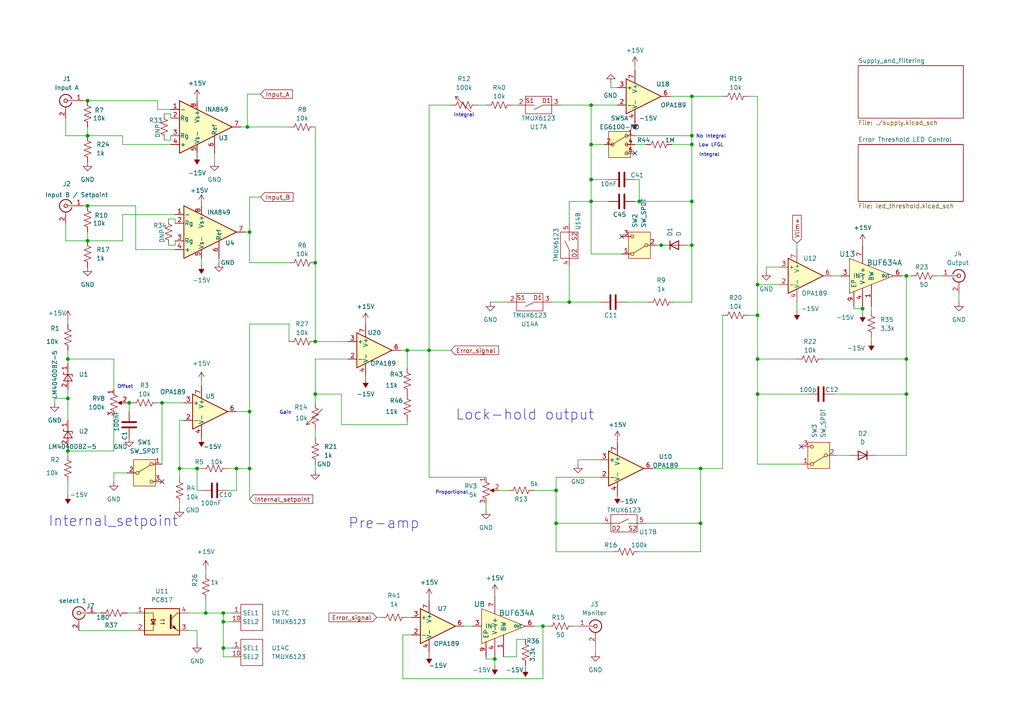
<source format=kicad_sch>
(kicad_sch (version 20250114) (generator "eeschema") (generator_version "9.0")
  (paper "A4")
  (text "No Integral" (at 206.248 39.624 0) (effects (font (size 1.016 1.016))))
  (text "Gain" (at 82.804 119.761 0) (effects (font (size 1.016 1.016))))
  (text "Offset" (at 36.322 112.268 0) (effects (font (size 1.016 1.016))))
  (text "Low LFGL\n" (at 206.248 42.164 0) (effects (font (size 1.016 1.016))))
  (text "Pre-amp" (at 100.965 153.67 0) (effects (font (size 3 3)) (justify left bottom)))
  (text "Integral" (at 205.74 44.958 0) (effects (font (size 1.016 1.016))))
  (text "Proportional" (at 126.238 143.51 0) (effects (font (size 1.016 1.016)) (justify left bottom)))
  (text "Integral" (at 131.572 34.036 0) (effects (font (size 1.016 1.016)) (justify left bottom)))
  (text "Lock-hold output \n" (at 132.08 122.174 0) (effects (font (size 3 3)) (justify left bottom)))
  (text "Internal_setpoint" (at 13.97 153.035 0) (effects (font (size 3 3)) (justify left bottom)))
  (junction (at 171.45 52.07))
  (junction (at 19.685 130.81))
  (junction (at 59.69 177.8))
  (junction (at 25.4 59.69))
  (junction (at 161.29 151.765))
  (junction (at 262.89 80.01))
  (junction (at 64.77 187.96))
  (junction (at 200.66 71.12))
  (junction (at 91.44 76.2))
  (junction (at 19.685 115.57))
  (junction (at 171.45 58.42))
  (junction (at 25.4 39.37))
  (junction (at 219.71 114.3))
  (junction (at 203.2 151.765))
  (junction (at 64.77 177.8))
  (junction (at 219.71 82.55))
  (junction (at 19.685 104.14))
  (junction (at 191.77 71.12))
  (junction (at 71.755 36.83))
  (junction (at 46.99 116.84))
  (junction (at 52.07 135.89))
  (junction (at 25.4 69.85))
  (junction (at 143.51 191.135))
  (junction (at 200.66 27.94))
  (junction (at 72.39 67.31))
  (junction (at 25.4 29.21))
  (junction (at 200.66 58.42))
  (junction (at 37.465 116.84))
  (junction (at 219.71 104.14))
  (junction (at 203.2 135.89))
  (junction (at 91.44 99.06))
  (junction (at 200.66 41.91))
  (junction (at 171.45 41.91))
  (junction (at 219.71 91.44))
  (junction (at 124.46 101.6))
  (junction (at 72.39 135.89))
  (junction (at 91.44 114.3))
  (junction (at 165.1 87.63))
  (junction (at 64.77 180.34))
  (junction (at 57.15 135.89))
  (junction (at 118.11 101.6))
  (junction (at 250.19 89.535))
  (junction (at 185.42 58.42))
  (junction (at 161.29 142.24))
  (junction (at 72.39 119.38))
  (junction (at 262.89 104.14))
  (junction (at 171.45 30.48))
  (junction (at 262.89 114.3))
  (junction (at 68.58 135.89))
  (junction (at 200.66 39.37))
  (junction (at 157.48 181.61))
  (no_connect (at 180.34 68.58))
  (no_connect (at 232.41 129.54))
  (no_connect (at 46.99 139.7))
  (no_connect (at 184.15 44.45))
  (wire (pts (xy 69.85 36.83) (xy 71.755 36.83)))
  (wire (pts (xy 45.72 116.84) (xy 46.99 116.84)))
  (wire (pts (xy 154.94 181.61) (xy 157.48 181.61)))
  (wire (pts (xy 203.2 135.89) (xy 209.55 135.89)))
  (wire (pts (xy 171.45 41.91) (xy 175.26 41.91)))
  (wire (pts (xy 71.755 36.83) (xy 83.82 36.83)))
  (wire (pts (xy 72.39 93.98) (xy 83.82 93.98)))
  (wire (pts (xy 200.66 41.91) (xy 200.66 58.42)))
  (wire (pts (xy 91.44 36.83) (xy 91.44 76.2)))
  (wire (pts (xy 25.4 69.85) (xy 35.56 69.85)))
  (wire (pts (xy 250.19 88.9) (xy 250.19 89.535)))
  (wire (pts (xy 219.71 91.44) (xy 219.71 104.14)))
  (wire (pts (xy 52.07 146.05) (xy 52.07 147.32)))
  (wire (pts (xy 161.29 151.765) (xy 161.29 160.02)))
  (wire (pts (xy 19.685 130.81) (xy 19.685 132.08)))
  (wire (pts (xy 219.71 104.14) (xy 219.71 114.3)))
  (wire (pts (xy 177.165 25.4) (xy 177.165 24.13)))
  (wire (pts (xy 36.83 177.8) (xy 39.37 177.8)))
  (wire (pts (xy 278.13 85.09) (xy 278.13 87.63)))
  (wire (pts (xy 262.89 80.01) (xy 262.89 104.14)))
  (wire (pts (xy 241.935 114.3) (xy 262.89 114.3)))
  (wire (pts (xy 72.39 67.31) (xy 72.39 76.2)))
  (wire (pts (xy 124.46 173.355) (xy 124.46 173.99)))
  (wire (pts (xy 185.42 58.42) (xy 185.42 52.07)))
  (wire (pts (xy 184.15 34.925) (xy 184.15 35.56)))
  (wire (pts (xy 72.39 144.78) (xy 72.39 135.89)))
  (wire (pts (xy 68.58 142.24) (xy 68.58 135.89)))
  (wire (pts (xy 109.22 179.07) (xy 110.49 179.07)))
  (wire (pts (xy 165.1 64.77) (xy 165.1 58.42)))
  (wire (pts (xy 171.45 52.07) (xy 176.53 52.07)))
  (wire (pts (xy 124.46 101.6) (xy 118.11 101.6)))
  (wire (pts (xy 58.42 59.055) (xy 58.42 59.69)))
  (wire (pts (xy 27.94 177.8) (xy 29.21 177.8)))
  (wire (pts (xy 147.32 142.24) (xy 144.78 142.24)))
  (wire (pts (xy 219.71 82.55) (xy 219.71 27.94)))
  (wire (pts (xy 185.42 58.42) (xy 200.66 58.42)))
  (wire (pts (xy 191.77 71.12) (xy 194.31 71.12)))
  (wire (pts (xy 59.69 173.99) (xy 59.69 177.8)))
  (wire (pts (xy 200.66 71.12) (xy 200.66 58.42)))
  (wire (pts (xy 200.66 27.94) (xy 200.66 39.37)))
  (wire (pts (xy 250.19 89.535) (xy 250.19 90.805)))
  (wire (pts (xy 49.53 39.37) (xy 49.53 40.64)))
  (wire (pts (xy 158.75 181.61) (xy 157.48 181.61)))
  (wire (pts (xy 165.1 58.42) (xy 171.45 58.42)))
  (wire (pts (xy 106.045 93.345) (xy 106.045 93.98)))
  (wire (pts (xy 189.23 135.89) (xy 203.2 135.89)))
  (wire (pts (xy 35.56 41.91) (xy 49.53 41.91)))
  (wire (pts (xy 194.945 41.91) (xy 200.66 41.91)))
  (wire (pts (xy 35.56 41.91) (xy 35.56 39.37)))
  (wire (pts (xy 66.04 142.24) (xy 68.58 142.24)))
  (wire (pts (xy 219.71 91.44) (xy 219.71 82.55)))
  (wire (pts (xy 46.99 116.84) (xy 53.34 116.84)))
  (wire (pts (xy 50.8 64.77) (xy 50.8 63.5)))
  (wire (pts (xy 118.11 101.6) (xy 118.11 106.68)))
  (wire (pts (xy 143.51 190.5) (xy 143.51 191.135)))
  (wire (pts (xy 57.15 142.24) (xy 57.15 135.89)))
  (wire (pts (xy 64.77 190.5) (xy 64.77 187.96)))
  (wire (pts (xy 33.02 130.81) (xy 19.685 130.81)))
  (wire (pts (xy 83.82 93.98) (xy 83.82 99.06)))
  (wire (pts (xy 185.42 160.02) (xy 203.2 160.02)))
  (wire (pts (xy 64.77 187.96) (xy 64.77 180.34)))
  (wire (pts (xy 47.625 33.02) (xy 49.53 33.02)))
  (wire (pts (xy 118.11 121.92) (xy 118.11 123.19)))
  (wire (pts (xy 52.07 135.89) (xy 52.07 138.43)))
  (wire (pts (xy 124.46 30.48) (xy 130.81 30.48)))
  (wire (pts (xy 184.15 58.42) (xy 185.42 58.42)))
  (wire (pts (xy 45.72 29.21) (xy 45.72 31.75)))
  (wire (pts (xy 200.66 71.12) (xy 199.39 71.12)))
  (wire (pts (xy 37.465 116.84) (xy 38.1 116.84)))
  (wire (pts (xy 166.37 181.61) (xy 167.64 181.61)))
  (wire (pts (xy 71.755 27.305) (xy 71.755 36.83)))
  (wire (pts (xy 59.69 166.37) (xy 59.69 165.1)))
  (wire (pts (xy 72.39 57.15) (xy 72.39 67.31)))
  (wire (pts (xy 67.31 190.5) (xy 64.77 190.5)))
  (wire (pts (xy 231.14 70.485) (xy 231.14 72.39)))
  (wire (pts (xy 67.31 177.8) (xy 64.77 177.8)))
  (wire (pts (xy 19.685 92.71) (xy 19.685 93.98)))
  (wire (pts (xy 72.39 119.38) (xy 72.39 135.89)))
  (wire (pts (xy 195.58 87.63) (xy 200.66 87.63)))
  (wire (pts (xy 72.39 93.98) (xy 72.39 119.38)))
  (wire (pts (xy 52.07 121.92) (xy 52.07 135.89)))
  (wire (pts (xy 52.07 135.89) (xy 57.15 135.89)))
  (wire (pts (xy 231.14 87.63) (xy 231.14 90.17)))
  (wire (pts (xy 247.65 89.535) (xy 250.19 89.535)))
  (wire (pts (xy 48.895 71.12) (xy 50.8 71.12)))
  (wire (pts (xy 134.62 181.61) (xy 137.16 181.61)))
  (wire (pts (xy 58.42 110.49) (xy 58.42 111.76)))
  (wire (pts (xy 200.66 27.94) (xy 194.31 27.94)))
  (wire (pts (xy 184.15 52.07) (xy 185.42 52.07)))
  (wire (pts (xy 143.51 191.135) (xy 143.51 193.04)))
  (wire (pts (xy 50.8 69.85) (xy 50.8 71.12)))
  (wire (pts (xy 91.44 99.06) (xy 100.965 99.06)))
  (wire (pts (xy 124.46 138.43) (xy 140.97 138.43)))
  (wire (pts (xy 200.66 27.94) (xy 209.55 27.94)))
  (wire (pts (xy 140.97 190.5) (xy 140.97 191.135)))
  (wire (pts (xy 72.39 76.2) (xy 83.82 76.2)))
  (wire (pts (xy 160.02 87.63) (xy 165.1 87.63)))
  (wire (pts (xy 140.97 146.05) (xy 140.97 147.955)))
  (wire (pts (xy 217.17 27.94) (xy 219.71 27.94)))
  (wire (pts (xy 47.625 40.64) (xy 49.53 40.64)))
  (wire (pts (xy 19.05 39.37) (xy 19.05 34.29)))
  (wire (pts (xy 49.53 34.29) (xy 49.53 33.02)))
  (wire (pts (xy 148.59 30.48) (xy 149.86 30.48)))
  (wire (pts (xy 54.61 177.8) (xy 59.69 177.8)))
  (wire (pts (xy 238.76 104.14) (xy 262.89 104.14)))
  (wire (pts (xy 106.045 109.855) (xy 106.045 109.22)))
  (wire (pts (xy 75.565 27.305) (xy 71.755 27.305)))
  (wire (pts (xy 25.4 36.83) (xy 25.4 39.37)))
  (wire (pts (xy 232.41 134.62) (xy 219.71 134.62)))
  (wire (pts (xy 57.15 135.89) (xy 58.42 135.89)))
  (wire (pts (xy 75.565 57.15) (xy 72.39 57.15)))
  (wire (pts (xy 143.51 172.085) (xy 143.51 172.72)))
  (wire (pts (xy 171.45 30.48) (xy 179.07 30.48)))
  (wire (pts (xy 161.29 138.43) (xy 161.29 142.24)))
  (wire (pts (xy 35.56 62.23) (xy 50.8 62.23)))
  (wire (pts (xy 57.15 142.24) (xy 58.42 142.24)))
  (wire (pts (xy 271.78 80.01) (xy 273.05 80.01)))
  (wire (pts (xy 54.61 182.88) (xy 57.15 182.88)))
  (wire (pts (xy 46.99 116.84) (xy 46.99 134.62)))
  (wire (pts (xy 39.37 72.39) (xy 50.8 72.39)))
  (wire (pts (xy 203.2 151.765) (xy 203.2 160.02)))
  (wire (pts (xy 149.86 185.42) (xy 149.86 190.5)))
  (wire (pts (xy 33.02 104.14) (xy 33.02 113.03)))
  (wire (pts (xy 91.44 104.14) (xy 91.44 114.3)))
  (wire (pts (xy 57.15 182.88) (xy 57.15 186.69)))
  (wire (pts (xy 64.77 180.34) (xy 67.31 180.34)))
  (wire (pts (xy 91.44 136.525) (xy 91.44 134.62)))
  (wire (pts (xy 116.84 196.85) (xy 116.84 184.15)))
  (wire (pts (xy 25.4 29.21) (xy 45.72 29.21)))
  (wire (pts (xy 124.46 101.6) (xy 130.81 101.6)))
  (wire (pts (xy 222.25 77.47) (xy 222.25 78.74)))
  (wire (pts (xy 219.71 114.3) (xy 234.315 114.3)))
  (wire (pts (xy 35.56 69.85) (xy 35.56 62.23)))
  (wire (pts (xy 57.15 45.085) (xy 57.15 44.45)))
  (wire (pts (xy 264.16 80.01) (xy 262.89 80.01)))
  (wire (pts (xy 184.15 19.05) (xy 184.15 20.32)))
  (wire (pts (xy 63.5 74.93) (xy 63.5 76.2)))
  (wire (pts (xy 45.72 31.75) (xy 49.53 31.75)))
  (wire (pts (xy 241.3 80.01) (xy 243.84 80.01)))
  (wire (pts (xy 179.07 25.4) (xy 177.165 25.4)))
  (wire (pts (xy 149.86 190.5) (xy 146.05 190.5)))
  (wire (pts (xy 157.48 196.85) (xy 116.84 196.85)))
  (wire (pts (xy 25.4 39.37) (xy 19.05 39.37)))
  (wire (pts (xy 200.66 39.37) (xy 200.66 41.91)))
  (wire (pts (xy 226.06 77.47) (xy 222.25 77.47)))
  (wire (pts (xy 25.4 67.31) (xy 25.4 69.85)))
  (wire (pts (xy 209.55 135.89) (xy 209.55 91.44)))
  (wire (pts (xy 252.73 90.17) (xy 252.73 88.9)))
  (wire (pts (xy 71.12 67.31) (xy 72.39 67.31)))
  (wire (pts (xy 116.205 101.6) (xy 118.11 101.6)))
  (wire (pts (xy 161.29 160.02) (xy 177.8 160.02)))
  (wire (pts (xy 165.1 87.63) (xy 173.99 87.63)))
  (wire (pts (xy 58.42 76.835) (xy 58.42 74.93)))
  (wire (pts (xy 179.07 127.635) (xy 179.07 128.27)))
  (wire (pts (xy 116.84 184.15) (xy 119.38 184.15)))
  (wire (pts (xy 167.64 133.35) (xy 167.64 134.62)))
  (wire (pts (xy 91.44 114.3) (xy 91.44 116.84)))
  (wire (pts (xy 254 132.08) (xy 262.89 132.08)))
  (wire (pts (xy 157.48 181.61) (xy 157.48 196.85)))
  (wire (pts (xy 180.34 73.66) (xy 171.45 73.66)))
  (wire (pts (xy 190.5 71.12) (xy 191.77 71.12)))
  (wire (pts (xy 68.58 119.38) (xy 72.39 119.38)))
  (wire (pts (xy 37.465 116.84) (xy 37.465 119.38)))
  (wire (pts (xy 91.44 124.46) (xy 91.44 127)))
  (wire (pts (xy 140.97 191.135) (xy 143.51 191.135)))
  (wire (pts (xy 231.14 104.14) (xy 219.71 104.14)))
  (wire (pts (xy 181.61 87.63) (xy 187.96 87.63)))
  (wire (pts (xy 184.15 39.37) (xy 200.66 39.37)))
  (wire (pts (xy 171.45 30.48) (xy 171.45 41.91)))
  (wire (pts (xy 24.13 59.69) (xy 25.4 59.69)))
  (wire (pts (xy 171.45 52.07) (xy 171.45 58.42)))
  (wire (pts (xy 161.29 138.43) (xy 173.99 138.43)))
  (wire (pts (xy 165.1 77.47) (xy 165.1 87.63)))
  (wire (pts (xy 36.83 137.16) (xy 33.02 137.16)))
  (wire (pts (xy 173.99 133.35) (xy 167.64 133.35)))
  (wire (pts (xy 19.685 129.54) (xy 19.685 130.81)))
  (wire (pts (xy 68.58 135.89) (xy 72.39 135.89)))
  (wire (pts (xy 172.72 186.69) (xy 172.72 189.23)))
  (wire (pts (xy 36.83 116.84) (xy 37.465 116.84)))
  (wire (pts (xy 242.57 132.08) (xy 246.38 132.08)))
  (wire (pts (xy 19.05 69.85) (xy 19.05 64.77)))
  (wire (pts (xy 184.15 41.91) (xy 187.325 41.91)))
  (wire (pts (xy 124.46 30.48) (xy 124.46 101.6)))
  (wire (pts (xy 64.77 177.8) (xy 64.77 180.34)))
  (wire (pts (xy 250.19 70.485) (xy 250.19 71.12)))
  (wire (pts (xy 219.71 134.62) (xy 219.71 114.3)))
  (wire (pts (xy 19.685 113.03) (xy 19.685 115.57)))
  (wire (pts (xy 19.685 101.6) (xy 19.685 104.14)))
  (wire (pts (xy 118.11 179.07) (xy 119.38 179.07)))
  (wire (pts (xy 138.43 30.48) (xy 140.97 30.48)))
  (wire (pts (xy 161.29 142.24) (xy 161.29 151.765)))
  (wire (pts (xy 262.89 132.08) (xy 262.89 114.3)))
  (wire (pts (xy 171.45 41.91) (xy 171.45 52.07)))
  (wire (pts (xy 152.4 185.42) (xy 149.86 185.42)))
  (wire (pts (xy 171.45 58.42) (xy 176.53 58.42)))
  (wire (pts (xy 19.685 104.14) (xy 19.685 105.41)))
  (wire (pts (xy 247.65 88.9) (xy 247.65 89.535)))
  (wire (pts (xy 262.89 114.3) (xy 262.89 104.14)))
  (wire (pts (xy 19.685 115.57) (xy 19.685 121.92)))
  (wire (pts (xy 19.685 139.7) (xy 19.685 143.51)))
  (wire (pts (xy 99.06 123.19) (xy 118.11 123.19)))
  (wire (pts (xy 62.23 44.45) (xy 62.23 46.99)))
  (wire (pts (xy 33.02 104.14) (xy 19.685 104.14)))
  (wire (pts (xy 15.875 115.57) (xy 19.685 115.57)))
  (wire (pts (xy 33.02 120.65) (xy 33.02 130.81)))
  (wire (pts (xy 142.24 87.63) (xy 147.32 87.63)))
  (wire (pts (xy 226.06 82.55) (xy 219.71 82.55)))
  (wire (pts (xy 187.325 151.765) (xy 203.2 151.765)))
  (wire (pts (xy 262.89 80.01) (xy 261.62 80.01)))
  (wire (pts (xy 152.4 193.675) (xy 152.4 193.04)))
  (wire (pts (xy 203.2 135.89) (xy 203.2 151.765)))
  (wire (pts (xy 25.4 59.69) (xy 39.37 59.69)))
  (wire (pts (xy 124.46 189.865) (xy 124.46 189.23)))
  (wire (pts (xy 24.13 29.21) (xy 25.4 29.21)))
  (wire (pts (xy 25.4 69.85) (xy 19.05 69.85)))
  (wire (pts (xy 200.66 87.63) (xy 200.66 71.12)))
  (wire (pts (xy 171.45 73.66) (xy 171.45 58.42)))
  (wire (pts (xy 99.06 114.3) (xy 91.44 114.3)))
  (wire (pts (xy 15.875 116.84) (xy 15.875 115.57)))
  (wire (pts (xy 154.94 142.24) (xy 161.29 142.24)))
  (wire (pts (xy 33.02 137.16) (xy 33.02 139.7)))
  (wire (pts (xy 53.34 121.92) (xy 52.07 121.92)))
  (wire (pts (xy 162.56 30.48) (xy 171.45 30.48)))
  (wire (pts (xy 252.73 97.79) (xy 252.73 99.06)))
  (wire (pts (xy 59.69 177.8) (xy 64.77 177.8)))
  (wire (pts (xy 217.17 91.44) (xy 219.71 91.44)))
  (wire (pts (xy 66.04 135.89) (xy 68.58 135.89)))
  (wire (pts (xy 39.37 59.69) (xy 39.37 72.39)))
  (wire (pts (xy 100.965 104.14) (xy 91.44 104.14)))
  (wire (pts (xy 25.4 39.37) (xy 35.56 39.37)))
  (wire (pts (xy 91.44 76.2) (xy 91.44 99.06)))
  (wire (pts (xy 161.29 151.765) (xy 174.625 151.765)))
  (wire (pts (xy 57.15 28.575) (xy 57.15 29.21)))
  (wire (pts (xy 67.31 187.96) (xy 64.77 187.96)))
  (wire (pts (xy 48.895 63.5) (xy 50.8 63.5)))
  (wire (pts (xy 22.86 182.88) (xy 39.37 182.88)))
  (wire (pts (xy 99.06 114.3) (xy 99.06 123.19)))
  (wire (pts (xy 124.46 101.6) (xy 124.46 138.43)))
  (global_label "Internal_setpoint" (shape input) (at 72.39 144.78 0) (property "Intersheetrefs" "${INTERSHEET_REFS}" (effects (hide yes))))
  (global_label "Error_signal" (shape input) (at 109.22 179.07 180) (property "Intersheetrefs" "${INTERSHEET_REFS}" (effects (hide yes))))
  (global_label "Error_signal" (shape input) (at 130.81 101.6 0) (property "Intersheetrefs" "${INTERSHEET_REFS}" (effects (hide yes))))
  (global_label "Input_A" (shape input) (at 75.565 27.305 0) (property "Intersheetrefs" "${INTERSHEET_REFS}" (effects (hide yes))))
  (global_label "Vlim+" (shape input) (at 231.14 70.485 90) (property "Intersheetrefs" "${INTERSHEET_REFS}" (effects (hide yes))))
  (global_label "Input_B" (shape input) (at 75.565 57.15 0) (property "Intersheetrefs" "${INTERSHEET_REFS}" (effects (hide yes))))
  (symbol (lib_id "power:VPP") (at 179.07 127.635 0) (unit 1)
    (property "Reference" "#PWR029" (effects (hide yes)))
    (property "Value" "+15V" (at 179.07 123.19 0))
    (property "Description" "Power symbol creates a global label with name \"VPP\"" (effects (hide yes)))
  )
  (symbol (lib_id "power:GND") (at 167.64 134.62 0) (unit 1)
    (property "Reference" "#PWR024" (effects (hide yes)))
    (property "Value" "GND" (at 167.64 139.7 0))
  )
  (symbol (lib_id "Amplifier_Instrumentation:AD8236") (at 59.69 36.83 0) (unit 1)
    (property "Reference" "U3" (at 64.77 40.005 0))
    (property "Value" "INA849" (at 62.865 31.75 0))
    (property "Footprint" "Package_SO:SOIC-8_3.9x4.9mm_P1.27mm" (effects (hide yes)))
    (property "Datasheet" "https://www.ti.com/lit/ds/symlink/ina849.pdf" (effects (hide yes)))
    (property "DIGIKEY" "296-INA849DRCT-ND‎ " (effects (hide yes)))
    (property "PARTNO" "INA849DR‎ " (effects (hide yes)))
  )
  (symbol (lib_id "library_intensity_pi:TMUX6123_split") (at 72.39 187.96 0) (unit 3)
    (property "Reference" "U14" (at 78.74 187.9599 0) (effects (justify left)))
    (property "Value" "TMUX6123" (at 78.74 190.4999 0) (effects (justify left)))
    (property "Footprint" "Package_SO:VSSOP-10_3x3mm_P0.5mm" (effects (hide yes)))
    (property "DIGIKEY" "296-53449-1-ND" (effects (hide yes)))
    (property "PARTNO" "TMUX6123DGSR" (effects (hide yes)))
  )
  (symbol (lib_id "Device:R_US") (at 87.63 36.83 90) (unit 1)
    (property "Reference" "R8" (at 87.63 31.75 90))
    (property "Value" "10k" (at 87.63 34.29 90))
    (property "Footprint" "Resistor_SMD:R_0805_2012Metric" (effects (hide yes)))
    (property "DIGIKEY" "2019-RN73H2ATTD1002B25CT-ND" (effects (hide yes)))
  )
  (symbol (lib_id "power:-15V") (at 58.42 76.835 180) (unit 1)
    (property "Reference" "#PWR011" (effects (hide yes)))
    (property "Value" "-15V" (at 58.42 81.28 0))
    (property "Description" "Power symbol creates a global label with name \"-15V\"" (effects (hide yes)))
  )
  (symbol (lib_id "Device:R_US") (at 62.23 135.89 90) (unit 1)
    (property "Reference" "R5" (at 57.785 133.985 90))
    (property "Value" "10k" (at 62.865 133.985 90))
    (property "Footprint" "Resistor_SMD:R_0805_2012Metric" (effects (hide yes)))
    (property "DIGIKEY" "2019-RN73H2ATTD1002B25CT-ND" (effects (hide yes)))
  )
  (symbol (lib_id "Amplifier_Operational:OPA330xxD") (at 60.96 119.38 0) (unit 1)
    (property "Reference" "U5" (at 60.96 114.935 0))
    (property "Value" "OPA189" (at 50.165 113.665 0))
    (property "Footprint" "Package_SO:SOIC-8_3.9x4.9mm_P1.27mm" (effects (hide yes)))
    (property "Datasheet" "http://www.ti.com/lit/ds/symlink/opa330.pdf" (effects (hide yes)))
    (property "DIGIKEY" "296-47522-ND" (effects (hide yes)))
    (property "PARTNO" "OPA189ID" (effects (hide yes)))
  )
  (symbol (lib_id "Device:R_US") (at 234.95 104.14 90) (unit 1)
    (property "Reference" "R22" (at 234.95 99.06 90))
    (property "Value" "10k" (at 234.95 101.6 90))
    (property "Footprint" "Resistor_SMD:R_0805_2012Metric" (effects (hide yes)))
    (property "DIGIKEY" "2019-RN73H2ATTD1002B25CT-ND" (effects (hide yes)))
  )
  (symbol (lib_id "power:GND") (at 177.165 24.13 180) (unit 1)
    (property "Reference" "#PWR087" (effects (hide yes)))
    (property "Value" "GND" (at 177.038 27.686 0))
  )
  (symbol (lib_id "Device:D") (at 195.58 71.12 0) (unit 1)
    (property "Reference" "D1" (at 194.3099 68.58 90) (effects (justify left)))
    (property "Value" "D" (at 196.8499 68.58 90) (effects (justify left)))
    (property "Footprint" "Package_TO_SOT_SMD:TSOT-23" (effects (hide yes)))
    (property "Description" "Diode" (effects (hide yes)))
    (property "Sim.Device" "D" (effects (hide yes)))
    (property "Sim.Pins" "1=K 2=A" (effects (hide yes)))
    (property "DIGIKEY" "4004-SSTPAD5SOT-233LROHSTR-ND" (effects (hide yes)))
    (property "PARTNO" "SSTPAD5 SOT-23 3L ROHS" (effects (hide yes)))
  )
  (symbol (lib_id "Device:C") (at 62.23 142.24 270) (unit 1)
    (property "Reference" "C10" (at 65.405 143.51 90))
    (property "Value" "100nF" (at 61.214 145.923 90))
    (property "Footprint" "Capacitor_SMD:C_0805_2012Metric" (effects (hide yes)))
  )
  (symbol (lib_id "Reference_Voltage:LM4040DBZ-5") (at 19.685 109.22 90) (unit 1)
    (property "Reference" "U1" (at 22.86 108.585 90) (effects (justify right)))
    (property "Value" "LM4040DBZ-5" (at 15.875 101.6 0) (effects (justify right)))
    (property "Footprint" "Package_TO_SOT_SMD:SOT-23" (effects (hide yes)))
    (property "Datasheet" "http://www.ti.com/lit/ds/symlink/lm4040-n.pdf" (effects (hide yes)))
    (property "PARTNO" "LM4040B50FTA" (effects (hide yes)))
    (property "DIGIKEY" "LM4040B50FTADICT-ND" (effects (hide yes)))
  )
  (symbol (lib_id "library_intensity_pi:TMUX6123_split") (at 180.975 151.765 0) (unit 2)
    (property "Reference" "U17" (at 187.96 154.305 0))
    (property "Value" "TMUX6123" (at 181.0003 147.955 0))
    (property "Footprint" "Package_SO:VSSOP-10_3x3mm_P0.5mm" (effects (hide yes)))
    (property "DIGIKEY" "296-53449-1-ND" (effects (hide yes)))
    (property "PARTNO" "TMUX6123DGSR" (effects (hide yes)))
  )
  (symbol (lib_id "Device:R_US") (at 267.97 80.01 90) (unit 1)
    (property "Reference" "R23" (at 267.335 77.47 90))
    (property "Value" "50" (at 267.97 82.55 90))
    (property "Footprint" "Resistor_SMD:R_0805_2012Metric" (effects (hide yes)))
  )
  (symbol (lib_id "Connector:Conn_Coaxial") (at 19.05 29.21 0) (mirror y) (unit 1)
    (property "Reference" "J1" (at 19.3674 22.86 0))
    (property "Value" "Input A" (at 19.3674 25.4 0))
    (property "Footprint" "Connector_Coaxial:BNC_Amphenol_B6252HB-NPP3G-50_Horizontal" (effects (hide yes)))
    (property "DIGIKEY" "ARF1065-ND" (effects (hide yes)))
    (property "PARTNO" "31-5431" (effects (hide yes)))
  )
  (symbol (lib_id "Device:R_US") (at 151.13 142.24 90) (unit 1)
    (property "Reference" "R13" (at 151.13 144.78 90))
    (property "Value" "5k" (at 154.94 140.335 90))
    (property "Footprint" "Resistor_SMD:R_0805_2012Metric" (effects (hide yes)))
  )
  (symbol (lib_id "Device:R_US") (at 19.685 135.89 180) (unit 1)
    (property "Reference" "R2" (at 14.605 133.35 0) (effects (justify right)))
    (property "Value" "10k" (at 13.335 137.16 0) (effects (justify right)))
    (property "Footprint" "Resistor_SMD:R_0805_2012Metric" (effects (hide yes)))
    (property "DIGIKEY" "2019-RN73H2ATTD1002B25CT-ND" (effects (hide yes)))
  )
  (symbol (lib_id "Device:R_US") (at 181.61 160.02 90) (unit 1)
    (property "Reference" "R16" (at 177.165 158.115 90))
    (property "Value" "100k" (at 185.42 158.115 90))
    (property "Footprint" "Resistor_SMD:R_0805_2012Metric" (effects (hide yes)))
  )
  (symbol (lib_id "Device:R_US") (at 25.4 63.5 180) (unit 1)
    (property "Reference" "R10" (at 27.432 62.484 0) (effects (justify right)))
    (property "Value" "10k" (at 26.924 64.77 0) (effects (justify right)))
    (property "Footprint" "Resistor_SMD:R_0805_2012Metric" (effects (hide yes)))
    (property "DIGIKEY" "2019-RN73H2ATTD1002B25CT-ND" (effects (hide yes)))
  )
  (symbol (lib_id "power:VPP") (at 250.19 70.485 0) (unit 1)
    (property "Reference" "#PWR060" (effects (hide yes)))
    (property "Value" "+15V" (at 250.19 66.04 0))
    (property "Description" "Power symbol creates a global label with name \"VPP\"" (effects (hide yes)))
  )
  (symbol (lib_id "Device:R_US") (at 191.77 87.63 270) (unit 1)
    (property "Reference" "R9" (at 191.77 81.28 90))
    (property "Value" "1k" (at 191.77 83.82 90))
    (property "Footprint" "Resistor_SMD:R_0805_2012Metric" (effects (hide yes)))
  )
  (symbol (lib_id "Device:C") (at 180.34 52.07 270) (mirror x) (unit 1)
    (property "Reference" "C41" (at 184.785 50.8 90))
    (property "Value" "10nF" (at 176.53 53.34 90))
    (property "Footprint" "Capacitor_SMD:C_0805_2012Metric" (effects (hide yes)))
  )
  (symbol (lib_id "Device:R_US") (at 144.78 30.48 90) (unit 1)
    (property "Reference" "R40" (at 144.78 25.4 90))
    (property "Value" "10k" (at 144.78 27.94 90))
    (property "Footprint" "Resistor_SMD:R_0805_2012Metric" (effects (hide yes)))
    (property "DIGIKEY" "2019-RN73H2ATTD1002B25CT-ND" (effects (hide yes)))
  )
  (symbol (lib_id "Device:R_US") (at 47.625 36.83 180) (unit 1)
    (property "Reference" "R33" (at 43.18 34.925 0) (effects (justify right)))
    (property "Value" "DNP" (at 45.72 40.005 90) (effects (justify right)))
    (property "Footprint" "Resistor_SMD:R_0805_2012Metric" (effects (hide yes)))
    (property "DIGIKEY" "2019-RN73H2ATTD1002B25CT-ND" (effects (hide yes)))
  )
  (symbol (lib_id "Device:R_US") (at 48.895 67.31 180) (unit 1)
    (property "Reference" "R34" (at 44.45 65.405 0) (effects (justify right)))
    (property "Value" "DNP" (at 46.99 70.485 90) (effects (justify right)))
    (property "Footprint" "Resistor_SMD:R_0805_2012Metric" (effects (hide yes)))
    (property "DIGIKEY" "2019-RN73H2ATTD1002B25CT-ND" (effects (hide yes)))
  )
  (symbol (lib_id "Device:D") (at 250.19 132.08 180) (unit 1)
    (property "Reference" "D2" (at 250.19 125.73 0))
    (property "Value" "D" (at 250.19 128.27 0))
    (property "Footprint" "Package_TO_SOT_SMD:TSOT-23" (effects (hide yes)))
    (property "Description" "Diode" (effects (hide yes)))
    (property "Sim.Device" "D" (effects (hide yes)))
    (property "Sim.Pins" "1=K 2=A" (effects (hide yes)))
    (property "DIGIKEY" "4004-SSTPAD5SOT-233LROHSTR-ND" (effects (hide yes)))
    (property "PARTNO" "SSTPAD5 SOT-23 3L ROHS" (effects (hide yes)))
  )
  (symbol (lib_id "power:GND") (at 91.44 136.525 0) (unit 1)
    (property "Reference" "#PWR086" (effects (hide yes)))
    (property "Value" "GND" (at 93.98 134.62 0))
  )
  (symbol (lib_id "power:GND") (at 278.13 87.63 0) (unit 1)
    (property "Reference" "#PWR036" (effects (hide yes)))
    (property "Value" "GND" (at 278.13 92.71 0))
  )
  (symbol (lib_id "Device:R_US") (at 118.11 110.49 180) (unit 1)
    (property "Reference" "R43" (at 113.03 108.585 0) (effects (justify right)))
    (property "Value" "11k" (at 111.76 111.76 0) (effects (justify right)))
    (property "Footprint" "Resistor_SMD:R_0805_2012Metric" (effects (hide yes)))
  )
  (symbol (lib_id "Device:C") (at 37.465 123.19 180) (unit 1)
    (property "Reference" "C1" (at 36.195 126.365 90))
    (property "Value" "100nF" (at 33.782 122.174 90))
    (property "Footprint" "Capacitor_SMD:C_0805_2012Metric" (effects (hide yes)))
  )
  (symbol (lib_id "power:-15V") (at 250.19 90.805 180) (unit 1)
    (property "Reference" "#PWR059" (effects (hide yes)))
    (property "Value" "-15V" (at 245.11 92.075 0))
    (property "Description" "Power symbol creates a global label with name \"-15V\"" (effects (hide yes)))
  )
  (symbol (lib_id "Device:R_US") (at 91.44 130.81 180) (unit 1)
    (property "Reference" "R21" (at 93.98 129.5399 0) (effects (justify right)))
    (property "Value" "1k" (at 93.98 132.0799 0) (effects (justify right)))
    (property "Footprint" "Resistor_SMD:R_0805_2012Metric" (effects (hide yes)))
  )
  (symbol (lib_id "Device:R_Potentiometer_US") (at 140.97 142.24 0) (unit 1)
    (property "Reference" "RV3" (at 138.43 140.9699 0) (effects (justify right)))
    (property "Value" "5k" (at 138.43 143.5099 0) (effects (justify right)))
    (property "Footprint" "Custom_Footprints:Bourns Circular Pots" (effects (hide yes)))
    (property "Description" "Potentiometer, US symbol" (effects (hide yes)))
  )
  (symbol (lib_id "Switch:SW_SPDT") (at 41.91 137.16 0) (unit 1)
    (property "Reference" "SW1" (at 41.91 128.27 0))
    (property "Value" "SW_SPDT" (at 41.91 130.81 0))
    (property "Footprint" "Custom_Footprints:Right Angle SPDT Switch" (effects (hide yes)))
    (property "Description" "Switch, single pole double throw" (effects (hide yes)))
    (property "DIGIKEY" "EG2362-ND" (effects (hide yes)))
    (property "PARTNO" "100SP1T2B4M6QE" (effects (hide yes)))
  )
  (symbol (lib_id "power:-15V") (at 58.42 127 180) (unit 1)
    (property "Reference" "#PWR012" (effects (hide yes)))
    (property "Value" "-15V" (at 61.595 129.54 0))
    (property "Description" "Power symbol creates a global label with name \"-15V\"" (effects (hide yes)))
  )
  (symbol (lib_id "power:GND") (at 25.4 77.47 0) (unit 1)
    (property "Reference" "#PWR031" (effects (hide yes)))
    (property "Value" "GND" (at 25.4 82.55 0))
  )
  (symbol (lib_id "power:-12V") (at 19.685 143.51 180) (unit 1)
    (property "Reference" "#PWR03" (effects (hide yes)))
    (property "Value" "-15V" (at 22.86 143.51 0))
  )
  (symbol (lib_id "Amplifier_Instrumentation:AD8236") (at 60.96 67.31 0) (unit 1)
    (property "Reference" "U4" (at 66.675 70.485 0))
    (property "Value" "INA849" (at 63.5 61.595 0))
    (property "Footprint" "Package_SO:SOIC-8_3.9x4.9mm_P1.27mm" (effects (hide yes)))
    (property "Datasheet" "https://www.ti.com/lit/ds/symlink/ina849.pdf" (effects (hide yes)))
    (property "DIGIKEY" "296-INA849DRCT-ND‎ " (effects (hide yes)))
    (property "PARTNO" "INA849DR‎ " (effects (hide yes)))
  )
  (symbol (lib_id "power:-15V") (at 184.15 34.925 180) (unit 1)
    (property "Reference" "#PWR054" (effects (hide yes)))
    (property "Value" "-15V" (at 187.96 34.29 0))
    (property "Description" "Power symbol creates a global label with name \"-15V\"" (effects (hide yes)))
  )
  (symbol (lib_id "power:+12V") (at 19.685 92.71 0) (unit 1)
    (property "Reference" "#PWR02" (effects (hide yes)))
    (property "Value" "+15V" (at 16.51 90.805 0))
  )
  (symbol (lib_id "Device:R_Variable_US") (at 91.44 120.65 180) (unit 1)
    (property "Reference" "R14" (at 85.344 118.11 0) (effects (justify right)))
    (property "Value" "10k" (at 85.598 121.285 0) (effects (justify right)))
    (property "Footprint" "Custom_Footprints:Bourns Circular Pots" (effects (hide yes)))
    (property "Description" "Variable resistor, US symbol" (effects (hide yes)))
    (property "DIGIKEY" "2019-RN73H2ATTD1002B25CT-ND" (effects (hide yes)))
  )
  (symbol (lib_id "Switch:SW_SPDT") (at 237.49 132.08 180) (unit 1)
    (property "Reference" "SW3" (at 236.2199 127 90) (effects (justify right)))
    (property "Value" "SW_SPDT" (at 238.7599 127 90) (effects (justify right)))
    (property "Footprint" "Custom_Footprints:TDD DIP Switch" (effects (hide yes)))
    (property "Description" "Switch, single pole double throw" (effects (hide yes)))
    (property "DIGIKEY" "CKN10546TR-ND" (effects (hide yes)))
    (property "PARTNO" "TDD01H0SB1R" (effects (hide yes)))
  )
  (symbol (lib_id "power:VPP") (at 58.42 59.055 0) (unit 1)
    (property "Reference" "#PWR049" (effects (hide yes)))
    (property "Value" "+15V" (at 57.785 55.245 0))
    (property "Description" "Power symbol creates a global label with name \"VPP\"" (effects (hide yes)))
  )
  (symbol (lib_id "Device:C") (at 180.34 58.42 90) (unit 1)
    (property "Reference" "C45" (at 179.705 62.23 90))
    (property "Value" "C" (effects (hide yes)))
    (property "Footprint" "Capacitor_THT:C_Axial_L3.8mm_D2.6mm_P7.50mm_Horizontal" (effects (hide yes)))
    (property "Description" "Unpolarized capacitor" (effects (hide yes)))
  )
  (symbol (lib_id "Device:R_US") (at 162.56 181.61 90) (unit 1)
    (property "Reference" "R15" (at 161.925 179.07 90))
    (property "Value" "50" (at 162.56 184.15 90))
    (property "Footprint" "Resistor_SMD:R_0805_2012Metric" (effects (hide yes)))
  )
  (symbol (lib_id "Amplifier_Operational:OPA330xxD") (at 127 181.61 0) (unit 1)
    (property "Reference" "U7" (at 128.27 176.53 0))
    (property "Value" "OPA189" (at 129.54 186.69 0))
    (property "Footprint" "Package_SO:SOIC-8_3.9x4.9mm_P1.27mm" (effects (hide yes)))
    (property "Datasheet" "http://www.ti.com/lit/ds/symlink/opa330.pdf" (effects (hide yes)))
    (property "DIGIKEY" "296-47522-ND" (effects (hide yes)))
    (property "PARTNO" "OPA189ID" (effects (hide yes)))
  )
  (symbol (lib_id "power:-15V") (at 143.51 193.04 180) (unit 1)
    (property "Reference" "#PWR020" (effects (hide yes)))
    (property "Value" "-15V" (at 139.7 194.31 0))
    (property "Description" "Power symbol creates a global label with name \"-15V\"" (effects (hide yes)))
  )
  (symbol (lib_id "Amplifier_Operational:OPA330xxD") (at 181.61 135.89 0) (unit 1)
    (property "Reference" "U10" (at 193.04 132.4611 0))
    (property "Value" "OPA189" (at 193.04 135.0011 0))
    (property "Footprint" "Package_SO:SOIC-8_3.9x4.9mm_P1.27mm" (effects (hide yes)))
    (property "Datasheet" "http://www.ti.com/lit/ds/symlink/opa330.pdf" (effects (hide yes)))
    (property "DIGIKEY" "296-47522-ND" (effects (hide yes)))
    (property "PARTNO" "OPA189ID" (effects (hide yes)))
  )
  (symbol (lib_id "Connector:Conn_Coaxial") (at 278.13 80.01 0) (unit 1)
    (property "Reference" "J4" (at 277.8126 73.66 0))
    (property "Value" "Output" (at 277.8126 76.2 0))
    (property "Footprint" "Connector_Coaxial:BNC_Amphenol_B6252HB-NPP3G-50_Horizontal" (effects (hide yes)))
    (property "DIGIKEY" "ARF1065-ND" (effects (hide yes)))
    (property "PARTNO" "31-5431" (effects (hide yes)))
  )
  (symbol (lib_id "Device:R_US") (at 213.36 91.44 90) (unit 1)
    (property "Reference" "R20" (at 213.36 86.36 90))
    (property "Value" "10k" (at 213.36 88.9 90))
    (property "Footprint" "Resistor_SMD:R_0805_2012Metric" (effects (hide yes)))
    (property "DIGIKEY" "2019-RN73H2ATTD1002B25CT-ND" (effects (hide yes)))
  )
  (symbol (lib_id "power:VPP") (at 58.42 110.49 0) (unit 1)
    (property "Reference" "#PWR013" (effects (hide yes)))
    (property "Value" "+15V" (at 58.42 105.41 0))
    (property "Description" "Power symbol creates a global label with name \"VPP\"" (effects (hide yes)))
  )
  (symbol (lib_id "power:-15V") (at 152.4 193.675 180) (unit 1)
    (property "Reference" "#PWR022" (effects (hide yes)))
    (property "Value" "-15V" (at 149.225 194.31 0))
    (property "Description" "Power symbol creates a global label with name \"-15V\"" (effects (hide yes)))
  )
  (symbol (lib_id "Amplifier_Operational:OPA330xxD") (at 233.68 80.01 0) (unit 1)
    (property "Reference" "U12" (at 234.95 74.93 0))
    (property "Value" "OPA189" (at 236.22 85.09 0))
    (property "Footprint" "Package_SO:SOIC-8_3.9x4.9mm_P1.27mm" (effects (hide yes)))
    (property "Datasheet" "http://www.ti.com/lit/ds/symlink/opa330.pdf" (effects (hide yes)))
    (property "DIGIKEY" "296-47522-ND" (effects (hide yes)))
    (property "PARTNO" "OPA189ID" (effects (hide yes)))
  )
  (symbol (lib_id "local_lib:BUF634A") (at 135.89 163.83 0) (unit 1)
    (property "Reference" "U8" (at 139.065 175.26 0) (effects (font (size 1.524 1.524))))
    (property "Value" "BUF634A" (at 149.86 177.8 0) (effects (font (size 1.524 1.524))))
    (property "Footprint" "lib:TI_SO-PowerPAD-8_ThermalVias" (effects (hide yes)))
    (property "Datasheet" "https://www.ti.com/lit/ds/symlink/buf634a.pdf" (effects (hide yes)))
    (property "DIGIKEY" "296-BUF634AIDDARCT-ND" (effects (hide yes)))
    (property "PARTNO" "BUF634AIDDAR" (effects (hide yes)))
  )
  (symbol (lib_id "library_intensity_pi:TMUX6123_split") (at 165.1 71.12 90) (unit 2)
    (property "Reference" "U14" (at 167.64 64.135 0))
    (property "Value" "TMUX6123" (at 161.29 71.0947 0))
    (property "Footprint" "Package_SO:VSSOP-10_3x3mm_P0.5mm" (effects (hide yes)))
    (property "DIGIKEY" "296-53449-1-ND" (effects (hide yes)))
    (property "PARTNO" "TMUX6123DGSR" (effects (hide yes)))
  )
  (symbol (lib_id "Device:R_US") (at 25.4 33.02 180) (unit 1)
    (property "Reference" "R7" (at 27.432 32.004 0) (effects (justify right)))
    (property "Value" "10k" (at 26.924 34.29 0) (effects (justify right)))
    (property "Footprint" "Resistor_SMD:R_0805_2012Metric" (effects (hide yes)))
    (property "DIGIKEY" "2019-RN73H2ATTD1002B25CT-ND" (effects (hide yes)))
  )
  (symbol (lib_id "power:-15V") (at 106.045 109.855 180) (unit 1)
    (property "Reference" "#PWR050" (effects (hide yes)))
    (property "Value" "-15V" (at 106.045 114.3 0))
    (property "Description" "Power symbol creates a global label with name \"-15V\"" (effects (hide yes)))
  )
  (symbol (lib_id "Device:R_US") (at 87.63 76.2 90) (unit 1)
    (property "Reference" "R6" (at 87.63 71.12 90))
    (property "Value" "10k" (at 87.63 73.66 90))
    (property "Footprint" "Resistor_SMD:R_0805_2012Metric" (effects (hide yes)))
    (property "DIGIKEY" "2019-RN73H2ATTD1002B25CT-ND" (effects (hide yes)))
  )
  (symbol (lib_id "Switch:SW_SPDT") (at 185.42 71.12 180) (unit 1)
    (property "Reference" "SW2" (at 184.1499 66.04 90) (effects (justify right)))
    (property "Value" "SW_SPDT" (at 186.6899 66.04 90) (effects (justify right)))
    (property "Footprint" "Custom_Footprints:TDD DIP Switch" (effects (hide yes)))
    (property "Description" "Switch, single pole double throw" (effects (hide yes)))
    (property "DIGIKEY" "CKN10546TR-ND" (effects (hide yes)))
    (property "PARTNO" "TDD01H0SB1R" (effects (hide yes)))
  )
  (symbol (lib_id "Device:R_US") (at 19.685 97.79 180) (unit 1)
    (property "Reference" "R1" (at 14.605 95.25 0) (effects (justify right)))
    (property "Value" "10k" (at 13.335 99.06 0) (effects (justify right)))
    (property "Footprint" "Resistor_SMD:R_0805_2012Metric" (effects (hide yes)))
    (property "DIGIKEY" "2019-RN73H2ATTD1002B25CT-ND" (effects (hide yes)))
  )
  (symbol (lib_id "library_intensity_pi:TMUX6123_split") (at 153.67 87.63 180) (unit 1)
    (property "Reference" "U14" (at 153.6447 93.98 0))
    (property "Value" "TMUX6123" (at 153.6447 91.44 0))
    (property "Footprint" "Package_SO:VSSOP-10_3x3mm_P0.5mm" (effects (hide yes)))
    (property "DIGIKEY" "296-53449-1-ND" (effects (hide yes)))
    (property "PARTNO" "TMUX6123DGSR" (effects (hide yes)))
  )
  (symbol (lib_id "power:VPP") (at 143.51 172.085 0) (unit 1)
    (property "Reference" "#PWR021" (effects (hide yes)))
    (property "Value" "+15V" (at 143.51 167.64 0))
    (property "Description" "Power symbol creates a global label with name \"VPP\"" (effects (hide yes)))
  )
  (symbol (lib_id "Connector:Conn_Coaxial") (at 172.72 181.61 0) (unit 1)
    (property "Reference" "J3" (at 172.4026 175.26 0))
    (property "Value" "Monitor" (at 172.4026 177.8 0))
    (property "Footprint" "Connector_Coaxial:BNC_Amphenol_B6252HB-NPP3G-50_Horizontal" (effects (hide yes)))
    (property "DIGIKEY" "ARF1065-ND" (effects (hide yes)))
    (property "PARTNO" "31-5431" (effects (hide yes)))
  )
  (symbol (lib_id "Device:R_US") (at 59.69 170.18 0) (unit 1)
    (property "Reference" "R26" (at 56.515 166.37 90) (effects (justify right)))
    (property "Value" "1k" (at 63.5 168.91 0) (effects (justify right)))
    (property "Footprint" "Resistor_SMD:R_0805_2012Metric" (effects (hide yes)))
  )
  (symbol (lib_id "power:GND") (at 140.97 147.955 0) (unit 1)
    (property "Reference" "#PWR058" (effects (hide yes)))
    (property "Value" "GND" (at 140.97 153.035 0))
  )
  (symbol (lib_id "Device:R_US") (at 87.63 99.06 90) (unit 1)
    (property "Reference" "R27" (at 87.63 93.98 90))
    (property "Value" "10k" (at 87.63 96.52 90))
    (property "Footprint" "Resistor_SMD:R_0805_2012Metric" (effects (hide yes)))
    (property "DIGIKEY" "2019-RN73H2ATTD1002B25CT-ND" (effects (hide yes)))
  )
  (symbol (lib_id "library_intensity_pi:TMUX6123_split") (at 156.21 30.48 180) (unit 1)
    (property "Reference" "U17" (at 156.1847 36.83 0))
    (property "Value" "TMUX6123" (at 156.1847 34.29 0))
    (property "Footprint" "Package_SO:VSSOP-10_3x3mm_P0.5mm" (effects (hide yes)))
    (property "DIGIKEY" "296-53449-1-ND" (effects (hide yes)))
    (property "PARTNO" "TMUX6123DGSR" (effects (hide yes)))
  )
  (symbol (lib_id "power:-15V") (at 124.46 189.865 180) (unit 1)
    (property "Reference" "#PWR052" (effects (hide yes)))
    (property "Value" "-15V" (at 127 193.04 0))
    (property "Description" "Power symbol creates a global label with name \"-15V\"" (effects (hide yes)))
  )
  (symbol (lib_id "power:GND") (at 63.5 76.2 0) (unit 1)
    (property "Reference" "#PWR015" (effects (hide yes)))
    (property "Value" "GND" (at 66.04 76.2 0))
  )
  (symbol (lib_id "library_intensity_pi:TMUX6123_split") (at 72.39 177.8 0) (unit 3)
    (property "Reference" "U17" (at 78.74 177.7999 0) (effects (justify left)))
    (property "Value" "TMUX6123" (at 78.74 180.3399 0) (effects (justify left)))
    (property "Footprint" "Package_SO:VSSOP-10_3x3mm_P0.5mm" (effects (hide yes)))
    (property "DIGIKEY" "296-53449-1-ND" (effects (hide yes)))
    (property "PARTNO" "TMUX6123DGSR" (effects (hide yes)))
  )
  (symbol (lib_id "power:VPP") (at 184.15 19.05 0) (unit 1)
    (property "Reference" "#PWR055" (effects (hide yes)))
    (property "Value" "+15V" (at 184.15 14.605 0))
    (property "Description" "Power symbol creates a global label with name \"VPP\"" (effects (hide yes)))
  )
  (symbol (lib_id "power:VPP") (at 124.46 173.355 0) (unit 1)
    (property "Reference" "#PWR019" (effects (hide yes)))
    (property "Value" "+15V" (at 124.46 168.91 0))
    (property "Description" "Power symbol creates a global label with name \"VPP\"" (effects (hide yes)))
  )
  (symbol (lib_id "Custom_Symbols:DP3T_1") (at 179.07 41.91 0) (unit 1)
    (property "Reference" "SW5" (at 179.705 34.29 0))
    (property "Value" "EG6100-ND" (at 179.705 36.83 0))
    (property "Footprint" "Custom_Footprints:Right Angle 3PDT Switch" (effects (hide yes)))
    (property "DIGIKEY" "EG6100-ND" (effects (hide yes)))
    (property "PARTNO" "1004P6T1B4M7RE" (effects (hide yes)))
  )
  (symbol (lib_id "Isolator:PC817") (at 46.99 180.34 0) (unit 1)
    (property "Reference" "U11" (at 46.99 171.45 0))
    (property "Value" "PC817" (at 46.99 173.99 0))
    (property "Footprint" "Package_DIP:DIP-4_W7.62mm" (effects (hide yes)))
    (property "Datasheet" "http://www.soselectronic.cz/a_info/resource/d/pc817.pdf" (effects (hide yes)))
    (property "Description" "DC Optocoupler, Vce 35V, CTR 50-300%, DIP-4" (effects (hide yes)))
    (property "DIGIKEY" "ISP817A" (effects (hide yes)))
    (property "PARTNO" "ISP817A" (effects (hide yes)))
  )
  (symbol (lib_id "Device:C") (at 238.125 114.3 270) (mirror x) (unit 1)
    (property "Reference" "C12" (at 241.3 113.03 90))
    (property "Value" "100p" (at 234.315 113.03 90))
    (property "Footprint" "Capacitor_SMD:C_0805_2012Metric" (effects (hide yes)))
  )
  (symbol (lib_name "GND_1") (lib_id "power:GND") (at 33.02 139.7 0) (unit 1)
    (property "Reference" "#PWR05" (effects (hide yes)))
    (property "Value" "GND" (at 33.02 144.78 0))
    (property "Description" "Power symbol creates a global label with name \"GND\" , ground" (effects (hide yes)))
  )
  (symbol (lib_id "power:GND") (at 172.72 189.23 0) (unit 1)
    (property "Reference" "#PWR026" (effects (hide yes)))
    (property "Value" "GND" (at 172.72 194.31 0))
  )
  (symbol (lib_id "Device:C") (at 177.8 87.63 90) (unit 1)
    (property "Reference" "C11" (at 177.165 91.44 90))
    (property "Value" "C" (effects (hide yes)))
    (property "Footprint" "Capacitor_SMD:C_0805_2012Metric" (effects (hide yes)))
    (property "Description" "Unpolarized capacitor" (effects (hide yes)))
  )
  (symbol (lib_id "Device:R_US") (at 213.36 27.94 90) (unit 1)
    (property "Reference" "R19" (at 213.36 22.86 90))
    (property "Value" "10k" (at 213.36 25.4 90))
    (property "Footprint" "Resistor_SMD:R_0805_2012Metric" (effects (hide yes)))
    (property "DIGIKEY" "2019-RN73H2ATTD1002B25CT-ND" (effects (hide yes)))
  )
  (symbol (lib_id "power:-15V") (at 252.73 99.06 180) (unit 1)
    (property "Reference" "#PWR046" (effects (hide yes)))
    (property "Value" "-15V" (at 248.285 100.965 0))
    (property "Description" "Power symbol creates a global label with name \"-15V\"" (effects (hide yes)))
  )
  (symbol (lib_id "Connector:Conn_Coaxial") (at 19.05 59.69 0) (mirror y) (unit 1)
    (property "Reference" "J2" (at 19.3674 53.34 0))
    (property "Value" "Input B / Setpoint" (at 22.225 56.515 0))
    (property "Footprint" "Connector_Coaxial:BNC_Amphenol_B6252HB-NPP3G-50_Horizontal" (effects (hide yes)))
    (property "DIGIKEY" "ARF1065-ND" (effects (hide yes)))
    (property "PARTNO" "31-5431" (effects (hide yes)))
  )
  (symbol (lib_id "power:-15V") (at 57.15 45.085 180) (unit 1)
    (property "Reference" "#PWR09" (effects (hide yes)))
    (property "Value" "-15V" (at 57.15 50.165 0))
    (property "Description" "Power symbol creates a global label with name \"-15V\"" (effects (hide yes)))
  )
  (symbol (lib_id "Device:R_US") (at 191.135 41.91 90) (unit 1)
    (property "Reference" "R44" (at 186.69 40.64 90))
    (property "Value" "1M" (at 194.31 40.64 90))
    (property "Footprint" "Resistor_SMD:R_0805_2012Metric" (effects (hide yes)))
    (property "DIGIKEY" "YAG3766CT-ND" (effects (hide yes)))
    (property "PARTNO" "AC0805JR-071ML" (effects (hide yes)))
  )
  (symbol (lib_id "Device:R_US") (at 33.02 177.8 270) (unit 1)
    (property "Reference" "R37" (at 32.258 181.356 90))
    (property "Value" "180" (at 29.845 179.07 90))
    (property "Footprint" "Resistor_SMD:R_0805_2012Metric" (effects (hide yes)))
    (property "DIGIKEY" "YAG3766CT-ND" (effects (hide yes)))
    (property "PARTNO" "AC0805JR-071ML" (effects (hide yes)))
  )
  (symbol (lib_id "Device:R_Potentiometer_US") (at 33.02 116.84 0) (unit 1)
    (property "Reference" "RV8" (at 30.48 115.5699 0) (effects (justify right)))
    (property "Value" "100k" (at 30.48 118.1099 0) (effects (justify right)))
    (property "Footprint" "Custom_Footprints:Bourns Circular Pots" (effects (hide yes)))
    (property "Description" "Potentiometer, US symbol" (effects (hide yes)))
  )
  (symbol (lib_id "Device:R_US") (at 252.73 93.98 180) (unit 1)
    (property "Reference" "R35" (at 255.27 92.7099 0) (effects (justify right)))
    (property "Value" "3.3k" (at 255.27 95.2499 0) (effects (justify right)))
    (property "Footprint" "Resistor_SMD:R_0805_2012Metric" (effects (hide yes)))
    (property "DIGIKEY" "2019-RN73H2ATTD3301B25CT-ND" (effects (hide yes)))
  )
  (symbol (lib_id "power:+15V") (at 59.69 165.1 0) (unit 1)
    (property "Reference" "#PWR082" (effects (hide yes)))
    (property "Value" "+15V" (at 59.69 160.02 0))
    (property "Description" "Power symbol creates a global label with name \"+15V\"" (effects (hide yes)))
  )
  (symbol (lib_id "power:GND") (at 52.07 147.32 0) (unit 1)
    (property "Reference" "#PWR07" (effects (hide yes)))
    (property "Value" "GND" (at 55.88 147.955 0))
  )
  (symbol (lib_id "Device:R_US") (at 25.4 73.66 180) (unit 1)
    (property "Reference" "R17" (at 27.94 72.3899 0) (effects (justify right)))
    (property "Value" "1k" (at 27.94 74.9299 0) (effects (justify right)))
    (property "Footprint" "Resistor_SMD:R_0805_2012Metric" (effects (hide yes)))
  )
  (symbol (lib_id "Device:R_US") (at 152.4 189.23 180) (unit 1)
    (property "Reference" "R36" (at 152.654 185.928 0) (effects (justify right)))
    (property "Value" "3.3k" (at 154.432 192.024 90) (effects (justify right)))
    (property "Footprint" "Resistor_SMD:R_0805_2012Metric" (effects (hide yes)))
    (property "DIGIKEY" "2019-RN73H2ATTD3301B25CT-ND" (effects (hide yes)))
  )
  (symbol (lib_id "power:GND") (at 57.15 186.69 0) (unit 1)
    (property "Reference" "#PWR085" (effects (hide yes)))
    (property "Value" "GND" (at 57.15 191.77 0))
  )
  (symbol (lib_id "power:GND") (at 15.875 116.84 0) (unit 1)
    (property "Reference" "#PWR01" (effects (hide yes)))
    (property "Value" "GND" (at 15.875 121.92 0))
  )
  (symbol (lib_id "Reference_Voltage:LM4040DBZ-5") (at 19.685 125.73 90) (unit 1)
    (property "Reference" "U2" (at 22.86 125.095 90) (effects (justify right)))
    (property "Value" "LM4040DBZ-5" (at 13.97 129.54 90) (effects (justify right)))
    (property "Footprint" "Package_TO_SOT_SMD:SOT-23" (effects (hide yes)))
    (property "Datasheet" "http://www.ti.com/lit/ds/symlink/lm4040-n.pdf" (effects (hide yes)))
    (property "PARTNO" "LM4040B50FTA" (effects (hide yes)))
    (property "DIGIKEY" "LM4040B50FTADICT-ND" (effects (hide yes)))
  )
  (symbol (lib_name "GND_2") (lib_id "power:GND") (at 142.24 87.63 0) (unit 1)
    (property "Reference" "#PWR032" (effects (hide yes)))
    (property "Value" "GND" (at 142.24 92.71 0))
    (property "Description" "Power symbol creates a global label with name \"GND\" , ground" (effects (hide yes)))
  )
  (symbol (lib_id "Device:R_US") (at 25.4 43.18 180) (unit 1)
    (property "Reference" "R24" (at 27.94 41.9099 0) (effects (justify right)))
    (property "Value" "1k" (at 27.94 44.4499 0) (effects (justify right)))
    (property "Footprint" "Resistor_SMD:R_0805_2012Metric" (effects (hide yes)))
  )
  (symbol (lib_id "Connector:Conn_Coaxial") (at 22.86 177.8 0) (mirror y) (unit 1)
    (property "Reference" "J7" (at 27.432 175.768 0) (effects (justify left)))
    (property "Value" "select 1" (at 25.146 174.244 0) (effects (justify left)))
    (property "Footprint" "Connector_Coaxial:BNC_Amphenol_B6252HB-NPP3G-50_Horizontal" (effects (hide yes)))
    (property "DIGIKEY" "ARF1065-ND" (effects (hide yes)))
    (property "PARTNO" "31-5431" (effects (hide yes)))
  )
  (symbol (lib_id "power:GND") (at 37.465 127 0) (unit 1)
    (property "Reference" "#PWR04" (effects (hide yes)))
    (property "Value" "GND" (at 34.925 129.54 0))
  )
  (symbol (lib_id "power:VPP") (at 57.15 28.575 0) (unit 1)
    (property "Reference" "#PWR08" (effects (hide yes)))
    (property "Value" "+15V" (at 57.15 24.13 0))
    (property "Description" "Power symbol creates a global label with name \"VPP\"" (effects (hide yes)))
  )
  (symbol (lib_id "Device:R_US") (at 41.91 116.84 90) (unit 1)
    (property "Reference" "R3" (at 41.91 111.76 90))
    (property "Value" "10k" (at 41.91 114.3 90))
    (property "Footprint" "Resistor_SMD:R_0805_2012Metric" (effects (hide yes)))
    (property "DIGIKEY" "2019-RN73H2ATTD1002B25CT-ND" (effects (hide yes)))
  )
  (symbol (lib_id "Amplifier_Operational:OPA330xxD") (at 108.585 101.6 0) (unit 1)
    (property "Reference" "U20" (at 108.585 96.52 0))
    (property "Value" "OPA189" (at 111.125 105.41 0))
    (property "Footprint" "Package_SO:SOIC-8_3.9x4.9mm_P1.27mm" (effects (hide yes)))
    (property "Datasheet" "http://www.ti.com/lit/ds/symlink/opa330.pdf" (effects (hide yes)))
    (property "DIGIKEY" "296-47522-ND" (effects (hide yes)))
    (property "PARTNO" "OPA189ID" (effects (hide yes)))
  )
  (symbol (lib_id "power:GND") (at 25.4 46.99 0) (unit 1)
    (property "Reference" "#PWR025" (effects (hide yes)))
    (property "Value" "GND" (at 25.4 52.07 0))
  )
  (symbol (lib_id "Amplifier_Operational:OPA330xxD") (at 186.69 27.94 0) (unit 1)
    (property "Reference" "U18" (at 192.278 24.384 0))
    (property "Value" "OPA189" (at 195.326 30.48 0))
    (property "Footprint" "Package_SO:SOIC-8_3.9x4.9mm_P1.27mm" (effects (hide yes)))
    (property "Datasheet" "http://www.ti.com/lit/ds/symlink/opa330.pdf" (effects (hide yes)))
    (property "DIGIKEY" "296-47522-ND" (effects (hide yes)))
    (property "PARTNO" "OPA189ID" (effects (hide yes)))
  )
  (symbol (lib_id "Device:R_US") (at 52.07 142.24 180) (unit 1)
    (property "Reference" "R4" (at 53.975 141.605 0) (effects (justify right)))
    (property "Value" "10k" (at 53.975 144.145 0) (effects (justify right)))
    (property "Footprint" "Resistor_SMD:R_0805_2012Metric" (effects (hide yes)))
    (property "DIGIKEY" "2019-RN73H2ATTD1002B25CT-ND" (effects (hide yes)))
  )
  (symbol (lib_id "local_lib:BUF634A") (at 242.57 62.23 0) (unit 1)
    (property "Reference" "U13" (at 245.745 73.66 0) (effects (font (size 1.524 1.524))))
    (property "Value" "BUF634A" (at 256.54 76.2 0) (effects (font (size 1.524 1.524))))
    (property "Footprint" "lib:TI_SO-PowerPAD-8_ThermalVias" (effects (hide yes)))
    (property "Datasheet" "https://www.ti.com/lit/ds/symlink/buf634a.pdf" (effects (hide yes)))
    (property "DIGIKEY" "296-BUF634AIDDARCT-ND" (effects (hide yes)))
    (property "PARTNO" "BUF634AIDDAR" (effects (hide yes)))
  )
  (symbol (lib_id "power:VPP") (at 106.045 93.345 0) (unit 1)
    (property "Reference" "#PWR010" (effects (hide yes)))
    (property "Value" "+15V" (at 106.045 88.9 0))
    (property "Description" "Power symbol creates a global label with name \"VPP\"" (effects (hide yes)))
  )
  (symbol (lib_id "Device:R_US") (at 118.11 118.11 180) (unit 1)
    (property "Reference" "R46" (at 113.03 116.205 0) (effects (justify right)))
    (property "Value" "11k" (at 111.76 119.38 0) (effects (justify right)))
    (property "Footprint" "Resistor_SMD:R_0805_2012Metric" (effects (hide yes)))
  )
  (symbol (lib_id "power:-15V") (at 231.14 90.17 180) (unit 1)
    (property "Reference" "#PWR035" (effects (hide yes)))
    (property "Value" "-15V" (at 234.95 89.535 0))
    (property "Description" "Power symbol creates a global label with name \"-15V\"" (effects (hide yes)))
  )
  (symbol (lib_id "power:GND") (at 222.25 78.74 0) (unit 1)
    (property "Reference" "#PWR033" (effects (hide yes)))
    (property "Value" "GND" (at 222.25 83.82 0))
  )
  (symbol (lib_id "power:GND") (at 62.23 46.99 0) (unit 1)
    (property "Reference" "#PWR014" (effects (hide yes)))
    (property "Value" "GND" (at 62.23 52.07 0))
  )
  (symbol (lib_id "power:-15V") (at 179.07 143.51 180) (unit 1)
    (property "Reference" "#PWR030" (effects (hide yes)))
    (property "Value" "-15V" (at 182.245 145.415 0))
    (property "Description" "Power symbol creates a global label with name \"-15V\"" (effects (hide yes)))
  )
  (symbol (lib_id "Device:R_Variable_US") (at 134.62 30.48 90) (unit 1)
    (property "Reference" "R12" (at 134.5819 22.86 90))
    (property "Value" "100k" (at 134.5819 25.4 90))
    (property "Footprint" "Custom_Footprints:Bourns Circular Pots" (effects (hide yes)))
    (property "Description" "Variable resistor, US symbol" (effects (hide yes)))
  )
  (symbol (lib_id "Device:R_US") (at 114.3 179.07 270) (unit 1)
    (property "Reference" "R41" (at 114.3 172.72 90))
    (property "Value" "1k" (at 114.3 175.26 90))
    (property "Footprint" "Resistor_SMD:R_0805_2012Metric" (effects (hide yes)))
  )
  (sheet (at 248.92 41.91) (size 30.48 16.51) (stroke (width 0.1524))
    (property "Sheetname" "Error Threshold LED Control" (at 248.92 41.1984 0) (effects (justify left bottom)))
    (property "Sheetfile" "led_threshold.kicad_sch" (at 248.92 59.0046 0) (effects (justify left top)))
  )
  (sheet (at 248.92 19.05) (size 30.48 15.24) (stroke (width 0.1524))
    (property "Sheetname" "Supply_and_filtering" (at 248.92 18.3384 0) (effects (justify left bottom)))
    (property "Sheetfile" "./supply.kicad_sch" (at 248.92 34.8746 0) (effects (justify left top)))
  )
)
</source>
